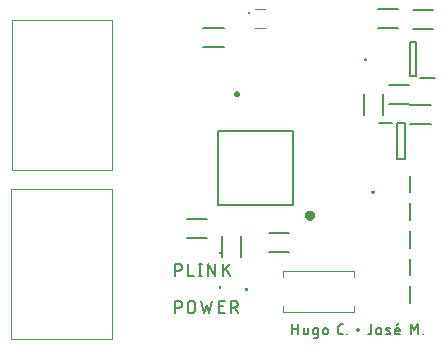
<source format=gbr>
G04 EAGLE Gerber RS-274X export*
G75*
%MOMM*%
%FSLAX34Y34*%
%LPD*%
%INSilkscreen Top*%
%IPPOS*%
%AMOC8*
5,1,8,0,0,1.08239X$1,22.5*%
G01*
%ADD10C,0.203200*%
%ADD11C,0.152400*%
%ADD12C,0.228600*%
%ADD13C,0.100000*%
%ADD14C,0.100000*%
%ADD15C,0.200000*%
%ADD16C,0.250000*%
%ADD17C,0.127000*%
%ADD18C,0.200000*%
%ADD19C,0.400000*%


D10*
X45466Y25146D02*
X45466Y35814D01*
X48429Y35814D01*
X48536Y35812D01*
X48643Y35806D01*
X48749Y35797D01*
X48855Y35783D01*
X48961Y35766D01*
X49066Y35745D01*
X49170Y35720D01*
X49273Y35691D01*
X49375Y35659D01*
X49476Y35623D01*
X49575Y35583D01*
X49673Y35540D01*
X49769Y35493D01*
X49864Y35443D01*
X49957Y35390D01*
X50047Y35333D01*
X50136Y35273D01*
X50222Y35210D01*
X50306Y35144D01*
X50388Y35074D01*
X50467Y35002D01*
X50543Y34927D01*
X50617Y34849D01*
X50687Y34769D01*
X50755Y34686D01*
X50820Y34601D01*
X50881Y34514D01*
X50940Y34424D01*
X50995Y34332D01*
X51047Y34239D01*
X51095Y34143D01*
X51140Y34046D01*
X51182Y33948D01*
X51219Y33848D01*
X51254Y33746D01*
X51284Y33644D01*
X51311Y33540D01*
X51334Y33436D01*
X51353Y33330D01*
X51368Y33224D01*
X51380Y33118D01*
X51388Y33011D01*
X51392Y32904D01*
X51392Y32798D01*
X51388Y32691D01*
X51380Y32584D01*
X51368Y32478D01*
X51353Y32372D01*
X51334Y32266D01*
X51311Y32162D01*
X51284Y32058D01*
X51254Y31956D01*
X51219Y31854D01*
X51182Y31754D01*
X51140Y31656D01*
X51095Y31559D01*
X51047Y31463D01*
X50995Y31369D01*
X50940Y31278D01*
X50881Y31188D01*
X50820Y31101D01*
X50755Y31016D01*
X50687Y30933D01*
X50617Y30853D01*
X50543Y30775D01*
X50467Y30700D01*
X50388Y30628D01*
X50306Y30558D01*
X50222Y30492D01*
X50136Y30429D01*
X50047Y30369D01*
X49957Y30312D01*
X49864Y30259D01*
X49769Y30209D01*
X49673Y30162D01*
X49575Y30119D01*
X49476Y30079D01*
X49375Y30043D01*
X49273Y30011D01*
X49170Y29982D01*
X49066Y29957D01*
X48961Y29936D01*
X48855Y29919D01*
X48749Y29905D01*
X48643Y29896D01*
X48536Y29890D01*
X48429Y29888D01*
X48429Y29887D02*
X45466Y29887D01*
X56261Y28109D02*
X56261Y32851D01*
X56263Y32958D01*
X56269Y33065D01*
X56278Y33171D01*
X56292Y33277D01*
X56309Y33383D01*
X56330Y33488D01*
X56355Y33592D01*
X56384Y33695D01*
X56416Y33797D01*
X56452Y33898D01*
X56492Y33997D01*
X56535Y34095D01*
X56582Y34191D01*
X56632Y34286D01*
X56685Y34379D01*
X56742Y34469D01*
X56802Y34558D01*
X56865Y34644D01*
X56931Y34728D01*
X57001Y34810D01*
X57073Y34889D01*
X57148Y34965D01*
X57226Y35039D01*
X57306Y35109D01*
X57389Y35177D01*
X57474Y35242D01*
X57561Y35303D01*
X57651Y35362D01*
X57742Y35417D01*
X57836Y35469D01*
X57932Y35517D01*
X58029Y35562D01*
X58127Y35604D01*
X58227Y35641D01*
X58329Y35676D01*
X58431Y35706D01*
X58535Y35733D01*
X58639Y35756D01*
X58745Y35775D01*
X58851Y35790D01*
X58957Y35802D01*
X59064Y35810D01*
X59171Y35814D01*
X59277Y35814D01*
X59384Y35810D01*
X59491Y35802D01*
X59597Y35790D01*
X59703Y35775D01*
X59809Y35756D01*
X59913Y35733D01*
X60017Y35706D01*
X60119Y35676D01*
X60221Y35641D01*
X60321Y35604D01*
X60419Y35562D01*
X60516Y35517D01*
X60612Y35469D01*
X60706Y35417D01*
X60797Y35362D01*
X60887Y35303D01*
X60974Y35242D01*
X61059Y35177D01*
X61142Y35109D01*
X61222Y35039D01*
X61300Y34965D01*
X61375Y34889D01*
X61447Y34810D01*
X61517Y34728D01*
X61583Y34644D01*
X61646Y34558D01*
X61706Y34469D01*
X61763Y34379D01*
X61816Y34286D01*
X61866Y34191D01*
X61913Y34095D01*
X61956Y33997D01*
X61996Y33898D01*
X62032Y33797D01*
X62064Y33695D01*
X62093Y33592D01*
X62118Y33488D01*
X62139Y33383D01*
X62156Y33277D01*
X62170Y33171D01*
X62179Y33065D01*
X62185Y32958D01*
X62187Y32851D01*
X62188Y32851D02*
X62188Y28109D01*
X62187Y28109D02*
X62185Y28002D01*
X62179Y27895D01*
X62170Y27789D01*
X62156Y27683D01*
X62139Y27577D01*
X62118Y27472D01*
X62093Y27368D01*
X62064Y27265D01*
X62032Y27163D01*
X61996Y27062D01*
X61956Y26963D01*
X61913Y26865D01*
X61866Y26769D01*
X61816Y26674D01*
X61763Y26581D01*
X61706Y26491D01*
X61646Y26402D01*
X61583Y26316D01*
X61517Y26232D01*
X61447Y26150D01*
X61375Y26071D01*
X61300Y25995D01*
X61222Y25921D01*
X61142Y25851D01*
X61059Y25783D01*
X60974Y25718D01*
X60887Y25657D01*
X60797Y25598D01*
X60705Y25543D01*
X60612Y25491D01*
X60516Y25443D01*
X60419Y25398D01*
X60321Y25356D01*
X60221Y25319D01*
X60119Y25284D01*
X60017Y25254D01*
X59913Y25227D01*
X59809Y25204D01*
X59703Y25185D01*
X59597Y25170D01*
X59491Y25158D01*
X59384Y25150D01*
X59277Y25146D01*
X59171Y25146D01*
X59064Y25150D01*
X58957Y25158D01*
X58851Y25170D01*
X58745Y25185D01*
X58639Y25204D01*
X58535Y25227D01*
X58431Y25254D01*
X58329Y25284D01*
X58227Y25319D01*
X58127Y25356D01*
X58029Y25398D01*
X57932Y25443D01*
X57836Y25491D01*
X57742Y25543D01*
X57651Y25598D01*
X57561Y25657D01*
X57474Y25718D01*
X57389Y25783D01*
X57306Y25851D01*
X57226Y25921D01*
X57148Y25995D01*
X57073Y26071D01*
X57001Y26150D01*
X56931Y26232D01*
X56865Y26316D01*
X56802Y26402D01*
X56742Y26491D01*
X56685Y26581D01*
X56632Y26674D01*
X56582Y26769D01*
X56535Y26865D01*
X56492Y26963D01*
X56452Y27062D01*
X56416Y27163D01*
X56384Y27265D01*
X56355Y27368D01*
X56330Y27472D01*
X56309Y27577D01*
X56292Y27683D01*
X56278Y27789D01*
X56269Y27895D01*
X56263Y28002D01*
X56261Y28109D01*
X67437Y35814D02*
X69808Y25146D01*
X72178Y32258D01*
X74549Y25146D01*
X76920Y35814D01*
X82584Y25146D02*
X87325Y25146D01*
X82584Y25146D02*
X82584Y35814D01*
X87325Y35814D01*
X86140Y31073D02*
X82584Y31073D01*
X92566Y35814D02*
X92566Y25146D01*
X92566Y35814D02*
X95530Y35814D01*
X95637Y35812D01*
X95744Y35806D01*
X95850Y35797D01*
X95956Y35783D01*
X96062Y35766D01*
X96167Y35745D01*
X96271Y35720D01*
X96374Y35691D01*
X96476Y35659D01*
X96577Y35623D01*
X96676Y35583D01*
X96774Y35540D01*
X96870Y35493D01*
X96965Y35443D01*
X97058Y35390D01*
X97148Y35333D01*
X97237Y35273D01*
X97323Y35210D01*
X97407Y35144D01*
X97489Y35074D01*
X97568Y35002D01*
X97644Y34927D01*
X97718Y34849D01*
X97788Y34769D01*
X97856Y34686D01*
X97921Y34601D01*
X97982Y34514D01*
X98041Y34424D01*
X98096Y34332D01*
X98148Y34239D01*
X98196Y34143D01*
X98241Y34046D01*
X98283Y33948D01*
X98320Y33848D01*
X98355Y33746D01*
X98385Y33644D01*
X98412Y33540D01*
X98435Y33436D01*
X98454Y33330D01*
X98469Y33224D01*
X98481Y33118D01*
X98489Y33011D01*
X98493Y32904D01*
X98493Y32798D01*
X98489Y32691D01*
X98481Y32584D01*
X98469Y32478D01*
X98454Y32372D01*
X98435Y32266D01*
X98412Y32162D01*
X98385Y32058D01*
X98355Y31956D01*
X98320Y31854D01*
X98283Y31754D01*
X98241Y31656D01*
X98196Y31559D01*
X98148Y31463D01*
X98096Y31369D01*
X98041Y31278D01*
X97982Y31188D01*
X97921Y31101D01*
X97856Y31016D01*
X97788Y30933D01*
X97718Y30853D01*
X97644Y30775D01*
X97568Y30700D01*
X97489Y30628D01*
X97407Y30558D01*
X97323Y30492D01*
X97237Y30429D01*
X97148Y30369D01*
X97058Y30312D01*
X96965Y30259D01*
X96870Y30209D01*
X96774Y30162D01*
X96676Y30119D01*
X96577Y30079D01*
X96476Y30043D01*
X96374Y30011D01*
X96271Y29982D01*
X96167Y29957D01*
X96062Y29936D01*
X95956Y29919D01*
X95850Y29905D01*
X95744Y29896D01*
X95637Y29890D01*
X95530Y29888D01*
X95530Y29887D02*
X92566Y29887D01*
X96122Y29887D02*
X98493Y25146D01*
X45466Y56388D02*
X45466Y67056D01*
X48429Y67056D01*
X48536Y67054D01*
X48643Y67048D01*
X48749Y67039D01*
X48855Y67025D01*
X48961Y67008D01*
X49066Y66987D01*
X49170Y66962D01*
X49273Y66933D01*
X49375Y66901D01*
X49476Y66865D01*
X49575Y66825D01*
X49673Y66782D01*
X49769Y66735D01*
X49864Y66685D01*
X49957Y66632D01*
X50047Y66575D01*
X50136Y66515D01*
X50222Y66452D01*
X50306Y66386D01*
X50388Y66316D01*
X50467Y66244D01*
X50543Y66169D01*
X50617Y66091D01*
X50687Y66011D01*
X50755Y65928D01*
X50820Y65843D01*
X50881Y65756D01*
X50940Y65666D01*
X50995Y65574D01*
X51047Y65481D01*
X51095Y65385D01*
X51140Y65288D01*
X51182Y65190D01*
X51219Y65090D01*
X51254Y64988D01*
X51284Y64886D01*
X51311Y64782D01*
X51334Y64678D01*
X51353Y64572D01*
X51368Y64466D01*
X51380Y64360D01*
X51388Y64253D01*
X51392Y64146D01*
X51392Y64040D01*
X51388Y63933D01*
X51380Y63826D01*
X51368Y63720D01*
X51353Y63614D01*
X51334Y63508D01*
X51311Y63404D01*
X51284Y63300D01*
X51254Y63198D01*
X51219Y63096D01*
X51182Y62996D01*
X51140Y62898D01*
X51095Y62801D01*
X51047Y62705D01*
X50995Y62611D01*
X50940Y62520D01*
X50881Y62430D01*
X50820Y62343D01*
X50755Y62258D01*
X50687Y62175D01*
X50617Y62095D01*
X50543Y62017D01*
X50467Y61942D01*
X50388Y61870D01*
X50306Y61800D01*
X50222Y61734D01*
X50136Y61671D01*
X50047Y61611D01*
X49957Y61554D01*
X49864Y61501D01*
X49769Y61451D01*
X49673Y61404D01*
X49575Y61361D01*
X49476Y61321D01*
X49375Y61285D01*
X49273Y61253D01*
X49170Y61224D01*
X49066Y61199D01*
X48961Y61178D01*
X48855Y61161D01*
X48749Y61147D01*
X48643Y61138D01*
X48536Y61132D01*
X48429Y61130D01*
X48429Y61129D02*
X45466Y61129D01*
X56676Y56388D02*
X56676Y67056D01*
X56676Y56388D02*
X61417Y56388D01*
X66844Y56388D02*
X66844Y67056D01*
X65659Y56388D02*
X68030Y56388D01*
X68030Y67056D02*
X65659Y67056D01*
X73406Y67056D02*
X73406Y56388D01*
X79333Y56388D02*
X73406Y67056D01*
X79333Y67056D02*
X79333Y56388D01*
X85852Y56388D02*
X85852Y67056D01*
X91779Y67056D02*
X85852Y60537D01*
X88223Y62907D02*
X91779Y56388D01*
D11*
X144780Y15748D02*
X144780Y7112D01*
X144780Y11910D02*
X149578Y11910D01*
X149578Y15748D02*
X149578Y7112D01*
X154404Y8551D02*
X154404Y12869D01*
X154404Y8551D02*
X154406Y8476D01*
X154412Y8401D01*
X154422Y8326D01*
X154435Y8252D01*
X154453Y8179D01*
X154474Y8106D01*
X154500Y8035D01*
X154528Y7966D01*
X154561Y7898D01*
X154597Y7832D01*
X154636Y7767D01*
X154679Y7705D01*
X154725Y7645D01*
X154774Y7588D01*
X154825Y7533D01*
X154880Y7482D01*
X154937Y7433D01*
X154997Y7387D01*
X155059Y7344D01*
X155124Y7305D01*
X155190Y7269D01*
X155258Y7236D01*
X155327Y7208D01*
X155398Y7182D01*
X155471Y7161D01*
X155544Y7143D01*
X155618Y7130D01*
X155693Y7120D01*
X155768Y7114D01*
X155843Y7112D01*
X158242Y7112D01*
X158242Y12869D01*
X164005Y7112D02*
X166404Y7112D01*
X164005Y7112D02*
X163930Y7114D01*
X163855Y7120D01*
X163780Y7130D01*
X163706Y7143D01*
X163633Y7161D01*
X163560Y7182D01*
X163489Y7208D01*
X163420Y7236D01*
X163352Y7269D01*
X163286Y7305D01*
X163221Y7344D01*
X163159Y7387D01*
X163099Y7433D01*
X163042Y7482D01*
X162987Y7533D01*
X162936Y7588D01*
X162887Y7645D01*
X162841Y7705D01*
X162798Y7767D01*
X162759Y7832D01*
X162723Y7898D01*
X162690Y7966D01*
X162662Y8035D01*
X162636Y8106D01*
X162615Y8179D01*
X162597Y8252D01*
X162584Y8326D01*
X162574Y8401D01*
X162568Y8476D01*
X162566Y8551D01*
X162566Y11430D01*
X162568Y11505D01*
X162574Y11580D01*
X162584Y11655D01*
X162597Y11729D01*
X162615Y11802D01*
X162636Y11875D01*
X162662Y11946D01*
X162690Y12015D01*
X162723Y12083D01*
X162759Y12150D01*
X162798Y12214D01*
X162841Y12276D01*
X162887Y12336D01*
X162936Y12393D01*
X162987Y12448D01*
X163042Y12499D01*
X163099Y12548D01*
X163159Y12594D01*
X163221Y12637D01*
X163286Y12676D01*
X163352Y12712D01*
X163420Y12745D01*
X163489Y12773D01*
X163560Y12799D01*
X163633Y12820D01*
X163706Y12838D01*
X163780Y12851D01*
X163855Y12861D01*
X163930Y12867D01*
X164005Y12869D01*
X166404Y12869D01*
X166404Y5673D01*
X166403Y5673D02*
X166401Y5598D01*
X166395Y5523D01*
X166385Y5448D01*
X166372Y5374D01*
X166354Y5301D01*
X166333Y5228D01*
X166307Y5157D01*
X166279Y5088D01*
X166246Y5020D01*
X166210Y4954D01*
X166171Y4889D01*
X166128Y4827D01*
X166082Y4767D01*
X166033Y4710D01*
X165982Y4655D01*
X165927Y4604D01*
X165870Y4555D01*
X165810Y4509D01*
X165748Y4466D01*
X165684Y4427D01*
X165617Y4391D01*
X165549Y4358D01*
X165480Y4330D01*
X165409Y4304D01*
X165336Y4283D01*
X165263Y4265D01*
X165189Y4252D01*
X165114Y4242D01*
X165039Y4236D01*
X164964Y4234D01*
X164964Y4233D02*
X163045Y4233D01*
X170863Y9031D02*
X170863Y10950D01*
X170865Y11036D01*
X170871Y11122D01*
X170880Y11208D01*
X170894Y11293D01*
X170911Y11377D01*
X170932Y11461D01*
X170957Y11543D01*
X170985Y11624D01*
X171017Y11704D01*
X171053Y11783D01*
X171092Y11859D01*
X171135Y11934D01*
X171180Y12007D01*
X171229Y12078D01*
X171282Y12146D01*
X171337Y12213D01*
X171395Y12276D01*
X171456Y12337D01*
X171519Y12395D01*
X171586Y12450D01*
X171654Y12503D01*
X171725Y12552D01*
X171798Y12597D01*
X171873Y12640D01*
X171949Y12679D01*
X172028Y12715D01*
X172108Y12747D01*
X172189Y12775D01*
X172271Y12800D01*
X172355Y12821D01*
X172439Y12838D01*
X172524Y12852D01*
X172610Y12861D01*
X172696Y12867D01*
X172782Y12869D01*
X172868Y12867D01*
X172954Y12861D01*
X173040Y12852D01*
X173125Y12838D01*
X173209Y12821D01*
X173293Y12800D01*
X173375Y12775D01*
X173456Y12747D01*
X173536Y12715D01*
X173615Y12679D01*
X173691Y12640D01*
X173766Y12597D01*
X173839Y12552D01*
X173910Y12503D01*
X173978Y12450D01*
X174045Y12395D01*
X174108Y12337D01*
X174169Y12276D01*
X174227Y12213D01*
X174282Y12146D01*
X174335Y12078D01*
X174384Y12007D01*
X174429Y11934D01*
X174472Y11859D01*
X174511Y11783D01*
X174547Y11704D01*
X174579Y11624D01*
X174607Y11543D01*
X174632Y11461D01*
X174653Y11377D01*
X174670Y11293D01*
X174684Y11208D01*
X174693Y11122D01*
X174699Y11036D01*
X174701Y10950D01*
X174701Y9031D01*
X174699Y8945D01*
X174693Y8859D01*
X174684Y8773D01*
X174670Y8688D01*
X174653Y8604D01*
X174632Y8520D01*
X174607Y8438D01*
X174579Y8357D01*
X174547Y8277D01*
X174511Y8198D01*
X174472Y8122D01*
X174429Y8047D01*
X174384Y7974D01*
X174335Y7903D01*
X174282Y7835D01*
X174227Y7768D01*
X174169Y7705D01*
X174108Y7644D01*
X174045Y7586D01*
X173978Y7531D01*
X173910Y7478D01*
X173839Y7429D01*
X173766Y7384D01*
X173691Y7341D01*
X173615Y7302D01*
X173536Y7266D01*
X173456Y7234D01*
X173375Y7206D01*
X173293Y7181D01*
X173209Y7160D01*
X173125Y7143D01*
X173040Y7129D01*
X172954Y7120D01*
X172868Y7114D01*
X172782Y7112D01*
X172696Y7114D01*
X172610Y7120D01*
X172524Y7129D01*
X172439Y7143D01*
X172355Y7160D01*
X172271Y7181D01*
X172189Y7206D01*
X172108Y7234D01*
X172028Y7266D01*
X171949Y7302D01*
X171873Y7341D01*
X171798Y7384D01*
X171725Y7429D01*
X171654Y7478D01*
X171586Y7531D01*
X171519Y7586D01*
X171456Y7644D01*
X171395Y7705D01*
X171337Y7768D01*
X171282Y7835D01*
X171229Y7903D01*
X171180Y7974D01*
X171135Y8047D01*
X171092Y8122D01*
X171053Y8198D01*
X171017Y8277D01*
X170985Y8357D01*
X170957Y8438D01*
X170932Y8520D01*
X170911Y8604D01*
X170894Y8688D01*
X170880Y8773D01*
X170871Y8859D01*
X170865Y8945D01*
X170863Y9031D01*
X185675Y7112D02*
X187594Y7112D01*
X185675Y7112D02*
X185589Y7114D01*
X185503Y7120D01*
X185417Y7129D01*
X185332Y7143D01*
X185248Y7160D01*
X185164Y7181D01*
X185082Y7206D01*
X185001Y7234D01*
X184921Y7266D01*
X184842Y7302D01*
X184766Y7341D01*
X184691Y7384D01*
X184618Y7429D01*
X184547Y7478D01*
X184479Y7531D01*
X184412Y7586D01*
X184349Y7644D01*
X184288Y7705D01*
X184230Y7768D01*
X184175Y7835D01*
X184122Y7903D01*
X184073Y7974D01*
X184028Y8047D01*
X183985Y8122D01*
X183946Y8198D01*
X183910Y8277D01*
X183878Y8357D01*
X183850Y8438D01*
X183825Y8520D01*
X183804Y8604D01*
X183787Y8688D01*
X183773Y8773D01*
X183764Y8859D01*
X183758Y8945D01*
X183756Y9031D01*
X183756Y13829D01*
X183758Y13915D01*
X183764Y14001D01*
X183773Y14087D01*
X183787Y14172D01*
X183804Y14256D01*
X183825Y14340D01*
X183850Y14422D01*
X183878Y14503D01*
X183910Y14583D01*
X183946Y14662D01*
X183985Y14738D01*
X184028Y14813D01*
X184073Y14886D01*
X184122Y14957D01*
X184175Y15025D01*
X184230Y15092D01*
X184288Y15155D01*
X184349Y15216D01*
X184412Y15274D01*
X184479Y15329D01*
X184547Y15381D01*
X184618Y15431D01*
X184691Y15476D01*
X184766Y15519D01*
X184842Y15558D01*
X184921Y15594D01*
X185001Y15626D01*
X185082Y15654D01*
X185164Y15679D01*
X185248Y15700D01*
X185332Y15717D01*
X185417Y15731D01*
X185503Y15740D01*
X185589Y15746D01*
X185675Y15748D01*
X187594Y15748D01*
X190830Y7592D02*
X190830Y7112D01*
X190830Y7592D02*
X191310Y7592D01*
X191310Y7112D01*
X190830Y7112D01*
X211505Y9031D02*
X211505Y15748D01*
X211505Y9031D02*
X211503Y8945D01*
X211497Y8859D01*
X211488Y8773D01*
X211474Y8688D01*
X211457Y8604D01*
X211436Y8520D01*
X211411Y8438D01*
X211383Y8357D01*
X211351Y8277D01*
X211315Y8198D01*
X211276Y8122D01*
X211233Y8047D01*
X211188Y7974D01*
X211138Y7903D01*
X211086Y7835D01*
X211031Y7768D01*
X210973Y7705D01*
X210912Y7644D01*
X210849Y7586D01*
X210782Y7531D01*
X210714Y7478D01*
X210643Y7429D01*
X210570Y7384D01*
X210495Y7341D01*
X210419Y7302D01*
X210340Y7266D01*
X210260Y7234D01*
X210179Y7206D01*
X210096Y7181D01*
X210013Y7160D01*
X209929Y7143D01*
X209844Y7129D01*
X209758Y7120D01*
X209672Y7114D01*
X209586Y7112D01*
X208627Y7112D01*
X215973Y9031D02*
X215973Y10950D01*
X215975Y11036D01*
X215981Y11122D01*
X215990Y11208D01*
X216004Y11293D01*
X216021Y11377D01*
X216042Y11461D01*
X216067Y11543D01*
X216095Y11624D01*
X216127Y11704D01*
X216163Y11783D01*
X216202Y11859D01*
X216245Y11934D01*
X216290Y12007D01*
X216339Y12078D01*
X216392Y12146D01*
X216447Y12213D01*
X216505Y12276D01*
X216566Y12337D01*
X216629Y12395D01*
X216696Y12450D01*
X216764Y12503D01*
X216835Y12552D01*
X216908Y12597D01*
X216983Y12640D01*
X217059Y12679D01*
X217138Y12715D01*
X217218Y12747D01*
X217299Y12775D01*
X217381Y12800D01*
X217465Y12821D01*
X217549Y12838D01*
X217634Y12852D01*
X217720Y12861D01*
X217806Y12867D01*
X217892Y12869D01*
X217978Y12867D01*
X218064Y12861D01*
X218150Y12852D01*
X218235Y12838D01*
X218319Y12821D01*
X218403Y12800D01*
X218485Y12775D01*
X218566Y12747D01*
X218646Y12715D01*
X218725Y12679D01*
X218801Y12640D01*
X218876Y12597D01*
X218949Y12552D01*
X219020Y12503D01*
X219088Y12450D01*
X219155Y12395D01*
X219218Y12337D01*
X219279Y12276D01*
X219337Y12213D01*
X219392Y12146D01*
X219445Y12078D01*
X219494Y12007D01*
X219539Y11934D01*
X219582Y11859D01*
X219621Y11783D01*
X219657Y11704D01*
X219689Y11624D01*
X219717Y11543D01*
X219742Y11461D01*
X219763Y11377D01*
X219780Y11293D01*
X219794Y11208D01*
X219803Y11122D01*
X219809Y11036D01*
X219811Y10950D01*
X219811Y9031D01*
X219809Y8945D01*
X219803Y8859D01*
X219794Y8773D01*
X219780Y8688D01*
X219763Y8604D01*
X219742Y8520D01*
X219717Y8438D01*
X219689Y8357D01*
X219657Y8277D01*
X219621Y8198D01*
X219582Y8122D01*
X219539Y8047D01*
X219494Y7974D01*
X219445Y7903D01*
X219392Y7835D01*
X219337Y7768D01*
X219279Y7705D01*
X219218Y7644D01*
X219155Y7586D01*
X219088Y7531D01*
X219020Y7478D01*
X218949Y7429D01*
X218876Y7384D01*
X218801Y7341D01*
X218725Y7302D01*
X218646Y7266D01*
X218566Y7234D01*
X218485Y7206D01*
X218403Y7181D01*
X218319Y7160D01*
X218235Y7143D01*
X218150Y7129D01*
X218064Y7120D01*
X217978Y7114D01*
X217892Y7112D01*
X217806Y7114D01*
X217720Y7120D01*
X217634Y7129D01*
X217549Y7143D01*
X217465Y7160D01*
X217381Y7181D01*
X217299Y7206D01*
X217218Y7234D01*
X217138Y7266D01*
X217059Y7302D01*
X216983Y7341D01*
X216908Y7384D01*
X216835Y7429D01*
X216764Y7478D01*
X216696Y7531D01*
X216629Y7586D01*
X216566Y7644D01*
X216505Y7705D01*
X216447Y7768D01*
X216392Y7835D01*
X216339Y7903D01*
X216290Y7974D01*
X216245Y8047D01*
X216202Y8122D01*
X216163Y8198D01*
X216127Y8277D01*
X216095Y8357D01*
X216067Y8438D01*
X216042Y8520D01*
X216021Y8604D01*
X216004Y8688D01*
X215990Y8773D01*
X215981Y8859D01*
X215975Y8945D01*
X215973Y9031D01*
X224617Y10470D02*
X227016Y9511D01*
X224617Y10470D02*
X224554Y10497D01*
X224492Y10528D01*
X224432Y10563D01*
X224374Y10600D01*
X224318Y10641D01*
X224265Y10684D01*
X224214Y10731D01*
X224166Y10780D01*
X224120Y10832D01*
X224078Y10887D01*
X224038Y10944D01*
X224002Y11002D01*
X223969Y11063D01*
X223940Y11126D01*
X223914Y11189D01*
X223891Y11255D01*
X223873Y11321D01*
X223858Y11389D01*
X223846Y11457D01*
X223839Y11525D01*
X223835Y11594D01*
X223836Y11663D01*
X223840Y11732D01*
X223848Y11801D01*
X223859Y11869D01*
X223875Y11936D01*
X223894Y12003D01*
X223916Y12068D01*
X223943Y12132D01*
X223973Y12194D01*
X224006Y12254D01*
X224043Y12313D01*
X224082Y12369D01*
X224125Y12424D01*
X224171Y12475D01*
X224219Y12524D01*
X224271Y12571D01*
X224324Y12614D01*
X224380Y12654D01*
X224439Y12691D01*
X224499Y12725D01*
X224561Y12756D01*
X224624Y12783D01*
X224689Y12806D01*
X224755Y12826D01*
X224822Y12842D01*
X224890Y12855D01*
X224959Y12863D01*
X225028Y12868D01*
X225097Y12869D01*
X225236Y12866D01*
X225375Y12858D01*
X225514Y12847D01*
X225652Y12833D01*
X225790Y12815D01*
X225928Y12794D01*
X226065Y12769D01*
X226201Y12740D01*
X226337Y12708D01*
X226471Y12673D01*
X226605Y12634D01*
X226738Y12592D01*
X226869Y12546D01*
X226999Y12497D01*
X227128Y12445D01*
X227256Y12390D01*
X227016Y9511D02*
X227079Y9484D01*
X227141Y9453D01*
X227201Y9418D01*
X227259Y9381D01*
X227315Y9340D01*
X227368Y9297D01*
X227419Y9250D01*
X227467Y9201D01*
X227513Y9149D01*
X227555Y9094D01*
X227595Y9037D01*
X227631Y8979D01*
X227664Y8918D01*
X227693Y8856D01*
X227719Y8792D01*
X227742Y8726D01*
X227760Y8660D01*
X227775Y8592D01*
X227787Y8524D01*
X227794Y8456D01*
X227798Y8387D01*
X227797Y8318D01*
X227793Y8249D01*
X227785Y8180D01*
X227774Y8112D01*
X227758Y8045D01*
X227739Y7978D01*
X227717Y7913D01*
X227690Y7849D01*
X227660Y7787D01*
X227627Y7727D01*
X227590Y7668D01*
X227551Y7612D01*
X227508Y7557D01*
X227462Y7506D01*
X227414Y7457D01*
X227362Y7410D01*
X227309Y7367D01*
X227253Y7327D01*
X227194Y7290D01*
X227134Y7256D01*
X227072Y7225D01*
X227009Y7198D01*
X226944Y7175D01*
X226878Y7155D01*
X226811Y7139D01*
X226743Y7126D01*
X226674Y7118D01*
X226605Y7113D01*
X226536Y7112D01*
X226537Y7112D02*
X226344Y7117D01*
X226152Y7126D01*
X225960Y7141D01*
X225769Y7159D01*
X225578Y7182D01*
X225387Y7210D01*
X225197Y7242D01*
X225008Y7279D01*
X224820Y7320D01*
X224633Y7366D01*
X224448Y7416D01*
X224263Y7470D01*
X224080Y7529D01*
X223898Y7592D01*
X233262Y7112D02*
X235661Y7112D01*
X233262Y7112D02*
X233187Y7114D01*
X233112Y7120D01*
X233037Y7130D01*
X232963Y7143D01*
X232890Y7161D01*
X232817Y7182D01*
X232746Y7208D01*
X232677Y7236D01*
X232609Y7269D01*
X232543Y7305D01*
X232478Y7344D01*
X232416Y7387D01*
X232356Y7433D01*
X232299Y7482D01*
X232244Y7533D01*
X232193Y7588D01*
X232144Y7645D01*
X232098Y7705D01*
X232055Y7767D01*
X232016Y7832D01*
X231980Y7898D01*
X231947Y7966D01*
X231919Y8035D01*
X231893Y8106D01*
X231872Y8179D01*
X231854Y8252D01*
X231841Y8326D01*
X231831Y8401D01*
X231825Y8476D01*
X231823Y8551D01*
X231823Y10950D01*
X231825Y11036D01*
X231831Y11122D01*
X231840Y11208D01*
X231854Y11293D01*
X231871Y11377D01*
X231892Y11461D01*
X231917Y11543D01*
X231945Y11624D01*
X231977Y11704D01*
X232013Y11783D01*
X232052Y11859D01*
X232095Y11934D01*
X232140Y12007D01*
X232189Y12078D01*
X232242Y12146D01*
X232297Y12213D01*
X232355Y12276D01*
X232416Y12337D01*
X232479Y12395D01*
X232546Y12450D01*
X232614Y12503D01*
X232685Y12552D01*
X232758Y12597D01*
X232833Y12640D01*
X232909Y12679D01*
X232988Y12715D01*
X233068Y12747D01*
X233149Y12775D01*
X233231Y12800D01*
X233315Y12821D01*
X233399Y12838D01*
X233484Y12852D01*
X233570Y12861D01*
X233656Y12867D01*
X233742Y12869D01*
X233828Y12867D01*
X233914Y12861D01*
X234000Y12852D01*
X234085Y12838D01*
X234169Y12821D01*
X234253Y12800D01*
X234335Y12775D01*
X234416Y12747D01*
X234496Y12715D01*
X234575Y12679D01*
X234651Y12640D01*
X234726Y12597D01*
X234799Y12552D01*
X234870Y12503D01*
X234938Y12450D01*
X235005Y12395D01*
X235068Y12337D01*
X235129Y12276D01*
X235187Y12213D01*
X235242Y12146D01*
X235295Y12078D01*
X235344Y12007D01*
X235389Y11934D01*
X235432Y11859D01*
X235471Y11783D01*
X235507Y11704D01*
X235539Y11624D01*
X235567Y11543D01*
X235592Y11461D01*
X235613Y11377D01*
X235630Y11293D01*
X235644Y11208D01*
X235653Y11122D01*
X235659Y11036D01*
X235661Y10950D01*
X235661Y9991D01*
X231823Y9991D01*
X233262Y15028D02*
X234701Y16708D01*
X245189Y15748D02*
X245189Y7112D01*
X248067Y10950D02*
X245189Y15748D01*
X248067Y10950D02*
X250946Y15748D01*
X250946Y7112D01*
X255142Y7112D02*
X255142Y7592D01*
X255622Y7592D01*
X255622Y7112D01*
X255142Y7112D01*
D12*
X199263Y10795D02*
X199263Y11656D01*
X200124Y11656D01*
X200124Y10795D01*
X199263Y10795D01*
D13*
X121412Y266540D02*
X112912Y266540D01*
X113162Y282540D02*
X121412Y282540D01*
D14*
X107662Y279040D03*
D13*
X107706Y279042D01*
X107749Y279048D01*
X107791Y279057D01*
X107833Y279070D01*
X107873Y279087D01*
X107912Y279107D01*
X107949Y279130D01*
X107983Y279157D01*
X108016Y279186D01*
X108045Y279219D01*
X108072Y279253D01*
X108095Y279290D01*
X108115Y279329D01*
X108132Y279369D01*
X108145Y279411D01*
X108154Y279453D01*
X108160Y279496D01*
X108162Y279540D01*
X108160Y279584D01*
X108154Y279627D01*
X108145Y279669D01*
X108132Y279711D01*
X108115Y279751D01*
X108095Y279790D01*
X108072Y279827D01*
X108045Y279861D01*
X108016Y279894D01*
X107983Y279923D01*
X107949Y279950D01*
X107912Y279973D01*
X107873Y279993D01*
X107833Y280010D01*
X107791Y280023D01*
X107749Y280032D01*
X107706Y280038D01*
X107662Y280040D01*
D14*
X107662Y280040D03*
D13*
X107618Y280038D01*
X107575Y280032D01*
X107533Y280023D01*
X107491Y280010D01*
X107451Y279993D01*
X107412Y279973D01*
X107375Y279950D01*
X107341Y279923D01*
X107308Y279894D01*
X107279Y279861D01*
X107252Y279827D01*
X107229Y279790D01*
X107209Y279751D01*
X107192Y279711D01*
X107179Y279669D01*
X107170Y279627D01*
X107164Y279584D01*
X107162Y279540D01*
X107164Y279496D01*
X107170Y279453D01*
X107179Y279411D01*
X107192Y279369D01*
X107209Y279329D01*
X107229Y279290D01*
X107252Y279253D01*
X107279Y279219D01*
X107308Y279186D01*
X107341Y279157D01*
X107375Y279130D01*
X107412Y279107D01*
X107451Y279087D01*
X107491Y279070D01*
X107533Y279057D01*
X107575Y279048D01*
X107618Y279042D01*
X107662Y279040D01*
D15*
X244729Y94630D02*
X244729Y80630D01*
X244729Y127366D02*
X244729Y141366D01*
X244729Y117998D02*
X244729Y103998D01*
X244729Y47894D02*
X244729Y33894D01*
X244729Y57262D02*
X244729Y71262D01*
X244028Y225946D02*
X249528Y225946D01*
X244028Y225946D02*
X244028Y254946D01*
X249528Y254946D01*
X249528Y225946D01*
X253028Y224446D02*
X265528Y224446D01*
D14*
X82818Y76200D03*
D13*
X82820Y76156D01*
X82826Y76113D01*
X82835Y76071D01*
X82848Y76029D01*
X82865Y75989D01*
X82885Y75950D01*
X82908Y75913D01*
X82935Y75879D01*
X82964Y75846D01*
X82997Y75817D01*
X83031Y75790D01*
X83068Y75767D01*
X83107Y75747D01*
X83147Y75730D01*
X83189Y75717D01*
X83231Y75708D01*
X83274Y75702D01*
X83318Y75700D01*
X83362Y75702D01*
X83405Y75708D01*
X83447Y75717D01*
X83489Y75730D01*
X83529Y75747D01*
X83568Y75767D01*
X83605Y75790D01*
X83639Y75817D01*
X83672Y75846D01*
X83701Y75879D01*
X83728Y75913D01*
X83751Y75950D01*
X83771Y75989D01*
X83788Y76029D01*
X83801Y76071D01*
X83810Y76113D01*
X83816Y76156D01*
X83818Y76200D01*
D14*
X83818Y76200D03*
D13*
X83816Y76244D01*
X83810Y76287D01*
X83801Y76329D01*
X83788Y76371D01*
X83771Y76411D01*
X83751Y76450D01*
X83728Y76487D01*
X83701Y76521D01*
X83672Y76554D01*
X83639Y76583D01*
X83605Y76610D01*
X83568Y76633D01*
X83529Y76653D01*
X83489Y76670D01*
X83447Y76683D01*
X83405Y76692D01*
X83362Y76698D01*
X83318Y76700D01*
X83274Y76698D01*
X83231Y76692D01*
X83189Y76683D01*
X83147Y76670D01*
X83107Y76653D01*
X83068Y76633D01*
X83031Y76610D01*
X82997Y76583D01*
X82964Y76554D01*
X82935Y76521D01*
X82908Y76487D01*
X82885Y76450D01*
X82865Y76411D01*
X82848Y76371D01*
X82835Y76329D01*
X82826Y76287D01*
X82820Y76244D01*
X82818Y76200D01*
D14*
X82818Y47244D03*
D13*
X82820Y47200D01*
X82826Y47157D01*
X82835Y47115D01*
X82848Y47073D01*
X82865Y47033D01*
X82885Y46994D01*
X82908Y46957D01*
X82935Y46923D01*
X82964Y46890D01*
X82997Y46861D01*
X83031Y46834D01*
X83068Y46811D01*
X83107Y46791D01*
X83147Y46774D01*
X83189Y46761D01*
X83231Y46752D01*
X83274Y46746D01*
X83318Y46744D01*
X83362Y46746D01*
X83405Y46752D01*
X83447Y46761D01*
X83489Y46774D01*
X83529Y46791D01*
X83568Y46811D01*
X83605Y46834D01*
X83639Y46861D01*
X83672Y46890D01*
X83701Y46923D01*
X83728Y46957D01*
X83751Y46994D01*
X83771Y47033D01*
X83788Y47073D01*
X83801Y47115D01*
X83810Y47157D01*
X83816Y47200D01*
X83818Y47244D01*
D14*
X83818Y47244D03*
D13*
X83816Y47288D01*
X83810Y47331D01*
X83801Y47373D01*
X83788Y47415D01*
X83771Y47455D01*
X83751Y47494D01*
X83728Y47531D01*
X83701Y47565D01*
X83672Y47598D01*
X83639Y47627D01*
X83605Y47654D01*
X83568Y47677D01*
X83529Y47697D01*
X83489Y47714D01*
X83447Y47727D01*
X83405Y47736D01*
X83362Y47742D01*
X83318Y47744D01*
X83274Y47742D01*
X83231Y47736D01*
X83189Y47727D01*
X83147Y47714D01*
X83107Y47697D01*
X83068Y47677D01*
X83031Y47654D01*
X82997Y47627D01*
X82964Y47598D01*
X82935Y47565D01*
X82908Y47531D01*
X82885Y47494D01*
X82865Y47455D01*
X82848Y47415D01*
X82835Y47373D01*
X82826Y47331D01*
X82820Y47288D01*
X82818Y47244D01*
X-93252Y3124D02*
X-93252Y130124D01*
X-8252Y130124D01*
X-8252Y3124D01*
X-93252Y3124D01*
D16*
X96058Y210692D02*
X96060Y210762D01*
X96066Y210832D01*
X96076Y210901D01*
X96089Y210970D01*
X96107Y211038D01*
X96128Y211105D01*
X96153Y211170D01*
X96182Y211234D01*
X96214Y211297D01*
X96250Y211357D01*
X96289Y211415D01*
X96331Y211471D01*
X96376Y211525D01*
X96424Y211576D01*
X96475Y211624D01*
X96529Y211669D01*
X96585Y211711D01*
X96643Y211750D01*
X96703Y211786D01*
X96766Y211818D01*
X96830Y211847D01*
X96895Y211872D01*
X96962Y211893D01*
X97030Y211911D01*
X97099Y211924D01*
X97168Y211934D01*
X97238Y211940D01*
X97308Y211942D01*
X97378Y211940D01*
X97448Y211934D01*
X97517Y211924D01*
X97586Y211911D01*
X97654Y211893D01*
X97721Y211872D01*
X97786Y211847D01*
X97850Y211818D01*
X97913Y211786D01*
X97973Y211750D01*
X98031Y211711D01*
X98087Y211669D01*
X98141Y211624D01*
X98192Y211576D01*
X98240Y211525D01*
X98285Y211471D01*
X98327Y211415D01*
X98366Y211357D01*
X98402Y211297D01*
X98434Y211234D01*
X98463Y211170D01*
X98488Y211105D01*
X98509Y211038D01*
X98527Y210970D01*
X98540Y210901D01*
X98550Y210832D01*
X98556Y210762D01*
X98558Y210692D01*
X98556Y210622D01*
X98550Y210552D01*
X98540Y210483D01*
X98527Y210414D01*
X98509Y210346D01*
X98488Y210279D01*
X98463Y210214D01*
X98434Y210150D01*
X98402Y210087D01*
X98366Y210027D01*
X98327Y209969D01*
X98285Y209913D01*
X98240Y209859D01*
X98192Y209808D01*
X98141Y209760D01*
X98087Y209715D01*
X98031Y209673D01*
X97973Y209634D01*
X97913Y209598D01*
X97850Y209566D01*
X97786Y209537D01*
X97721Y209512D01*
X97654Y209491D01*
X97586Y209473D01*
X97517Y209460D01*
X97448Y209450D01*
X97378Y209444D01*
X97308Y209442D01*
X97238Y209444D01*
X97168Y209450D01*
X97099Y209460D01*
X97030Y209473D01*
X96962Y209491D01*
X96895Y209512D01*
X96830Y209537D01*
X96766Y209566D01*
X96703Y209598D01*
X96643Y209634D01*
X96585Y209673D01*
X96529Y209715D01*
X96475Y209760D01*
X96424Y209808D01*
X96376Y209859D01*
X96331Y209913D01*
X96289Y209969D01*
X96250Y210027D01*
X96214Y210087D01*
X96182Y210150D01*
X96153Y210214D01*
X96128Y210279D01*
X96107Y210346D01*
X96089Y210414D01*
X96076Y210483D01*
X96066Y210552D01*
X96060Y210622D01*
X96058Y210692D01*
D13*
X-92744Y273730D02*
X-92744Y146730D01*
X-92744Y273730D02*
X-7744Y273730D01*
X-7744Y146730D01*
X-92744Y146730D01*
D17*
X244738Y201557D02*
X261738Y201557D01*
X261738Y185539D02*
X244738Y185539D01*
X86478Y266327D02*
X69478Y266327D01*
X69478Y250309D02*
X86478Y250309D01*
X72254Y89019D02*
X55254Y89019D01*
X55254Y105037D02*
X72254Y105037D01*
X217560Y282583D02*
X234560Y282583D01*
X234560Y266565D02*
X217560Y266565D01*
X226196Y218067D02*
X243196Y218067D01*
X243196Y202049D02*
X226196Y202049D01*
X101481Y90034D02*
X101481Y73034D01*
X85463Y73034D02*
X85463Y90034D01*
D14*
X136624Y55934D03*
D13*
X136624Y60934D01*
D14*
X136624Y60934D03*
D13*
X136624Y55934D01*
X136624Y60934D02*
X196624Y60934D01*
D14*
X196624Y60934D03*
D13*
X136624Y60934D01*
D14*
X136624Y60934D03*
X196624Y60934D03*
D13*
X196624Y55934D01*
D14*
X196624Y55934D03*
D13*
X196624Y60934D01*
D14*
X196624Y30934D03*
D13*
X196624Y25934D01*
D14*
X196624Y25934D03*
D13*
X196624Y30934D01*
D14*
X136624Y30934D03*
D13*
X136624Y25934D01*
D14*
X136624Y25934D03*
D13*
X136624Y30934D01*
X136624Y25934D02*
X196624Y25934D01*
D14*
X196624Y25934D03*
D13*
X136624Y25934D01*
D14*
X136624Y25934D03*
D18*
X105624Y45434D03*
D15*
X105626Y45390D01*
X105632Y45347D01*
X105641Y45305D01*
X105654Y45263D01*
X105671Y45223D01*
X105691Y45184D01*
X105714Y45147D01*
X105741Y45113D01*
X105770Y45080D01*
X105803Y45051D01*
X105837Y45024D01*
X105874Y45001D01*
X105913Y44981D01*
X105953Y44964D01*
X105995Y44951D01*
X106037Y44942D01*
X106080Y44936D01*
X106124Y44934D01*
X106168Y44936D01*
X106211Y44942D01*
X106253Y44951D01*
X106295Y44964D01*
X106335Y44981D01*
X106374Y45001D01*
X106411Y45024D01*
X106445Y45051D01*
X106478Y45080D01*
X106507Y45113D01*
X106534Y45147D01*
X106557Y45184D01*
X106577Y45223D01*
X106594Y45263D01*
X106607Y45305D01*
X106616Y45347D01*
X106622Y45390D01*
X106624Y45434D01*
D18*
X106624Y45434D03*
D15*
X106622Y45478D01*
X106616Y45521D01*
X106607Y45563D01*
X106594Y45605D01*
X106577Y45645D01*
X106557Y45684D01*
X106534Y45721D01*
X106507Y45755D01*
X106478Y45788D01*
X106445Y45817D01*
X106411Y45844D01*
X106374Y45867D01*
X106335Y45887D01*
X106295Y45904D01*
X106253Y45917D01*
X106211Y45926D01*
X106168Y45932D01*
X106124Y45934D01*
X106080Y45932D01*
X106037Y45926D01*
X105995Y45917D01*
X105953Y45904D01*
X105913Y45887D01*
X105874Y45867D01*
X105837Y45844D01*
X105803Y45817D01*
X105770Y45788D01*
X105741Y45755D01*
X105714Y45721D01*
X105691Y45684D01*
X105671Y45645D01*
X105654Y45605D01*
X105641Y45563D01*
X105632Y45521D01*
X105626Y45478D01*
X105624Y45434D01*
D18*
X105624Y45434D03*
D15*
X105626Y45390D01*
X105632Y45347D01*
X105641Y45305D01*
X105654Y45263D01*
X105671Y45223D01*
X105691Y45184D01*
X105714Y45147D01*
X105741Y45113D01*
X105770Y45080D01*
X105803Y45051D01*
X105837Y45024D01*
X105874Y45001D01*
X105913Y44981D01*
X105953Y44964D01*
X105995Y44951D01*
X106037Y44942D01*
X106080Y44936D01*
X106124Y44934D01*
X106168Y44936D01*
X106211Y44942D01*
X106253Y44951D01*
X106295Y44964D01*
X106335Y44981D01*
X106374Y45001D01*
X106411Y45024D01*
X106445Y45051D01*
X106478Y45080D01*
X106507Y45113D01*
X106534Y45147D01*
X106557Y45184D01*
X106577Y45223D01*
X106594Y45263D01*
X106607Y45305D01*
X106616Y45347D01*
X106622Y45390D01*
X106624Y45434D01*
D18*
X213580Y127652D03*
D15*
X213578Y127696D01*
X213572Y127739D01*
X213563Y127781D01*
X213550Y127823D01*
X213533Y127863D01*
X213513Y127902D01*
X213490Y127939D01*
X213463Y127973D01*
X213434Y128006D01*
X213401Y128035D01*
X213367Y128062D01*
X213330Y128085D01*
X213291Y128105D01*
X213251Y128122D01*
X213209Y128135D01*
X213167Y128144D01*
X213124Y128150D01*
X213080Y128152D01*
X213036Y128150D01*
X212993Y128144D01*
X212951Y128135D01*
X212909Y128122D01*
X212869Y128105D01*
X212830Y128085D01*
X212793Y128062D01*
X212759Y128035D01*
X212726Y128006D01*
X212697Y127973D01*
X212670Y127939D01*
X212647Y127902D01*
X212627Y127863D01*
X212610Y127823D01*
X212597Y127781D01*
X212588Y127739D01*
X212582Y127696D01*
X212580Y127652D01*
D18*
X212580Y127652D03*
D15*
X212582Y127608D01*
X212588Y127565D01*
X212597Y127523D01*
X212610Y127481D01*
X212627Y127441D01*
X212647Y127402D01*
X212670Y127365D01*
X212697Y127331D01*
X212726Y127298D01*
X212759Y127269D01*
X212793Y127242D01*
X212830Y127219D01*
X212869Y127199D01*
X212909Y127182D01*
X212951Y127169D01*
X212993Y127160D01*
X213036Y127154D01*
X213080Y127152D01*
X213124Y127154D01*
X213167Y127160D01*
X213209Y127169D01*
X213251Y127182D01*
X213291Y127199D01*
X213330Y127219D01*
X213367Y127242D01*
X213401Y127269D01*
X213434Y127298D01*
X213463Y127331D01*
X213490Y127365D01*
X213513Y127402D01*
X213533Y127441D01*
X213550Y127481D01*
X213563Y127523D01*
X213572Y127565D01*
X213578Y127608D01*
X213580Y127652D01*
D18*
X213580Y127652D03*
D15*
X213578Y127696D01*
X213572Y127739D01*
X213563Y127781D01*
X213550Y127823D01*
X213533Y127863D01*
X213513Y127902D01*
X213490Y127939D01*
X213463Y127973D01*
X213434Y128006D01*
X213401Y128035D01*
X213367Y128062D01*
X213330Y128085D01*
X213291Y128105D01*
X213251Y128122D01*
X213209Y128135D01*
X213167Y128144D01*
X213124Y128150D01*
X213080Y128152D01*
X213036Y128150D01*
X212993Y128144D01*
X212951Y128135D01*
X212909Y128122D01*
X212869Y128105D01*
X212830Y128085D01*
X212793Y128062D01*
X212759Y128035D01*
X212726Y128006D01*
X212697Y127973D01*
X212670Y127939D01*
X212647Y127902D01*
X212627Y127863D01*
X212610Y127823D01*
X212597Y127781D01*
X212588Y127739D01*
X212582Y127696D01*
X212580Y127652D01*
D18*
X207020Y239561D03*
D15*
X207018Y239605D01*
X207012Y239648D01*
X207003Y239690D01*
X206990Y239732D01*
X206973Y239772D01*
X206953Y239811D01*
X206930Y239848D01*
X206903Y239882D01*
X206874Y239915D01*
X206841Y239944D01*
X206807Y239971D01*
X206770Y239994D01*
X206731Y240014D01*
X206691Y240031D01*
X206649Y240044D01*
X206607Y240053D01*
X206564Y240059D01*
X206520Y240061D01*
X206476Y240059D01*
X206433Y240053D01*
X206391Y240044D01*
X206349Y240031D01*
X206309Y240014D01*
X206270Y239994D01*
X206233Y239971D01*
X206199Y239944D01*
X206166Y239915D01*
X206137Y239882D01*
X206110Y239848D01*
X206087Y239811D01*
X206067Y239772D01*
X206050Y239732D01*
X206037Y239690D01*
X206028Y239648D01*
X206022Y239605D01*
X206020Y239561D01*
D18*
X206020Y239561D03*
D15*
X206022Y239517D01*
X206028Y239474D01*
X206037Y239432D01*
X206050Y239390D01*
X206067Y239350D01*
X206087Y239311D01*
X206110Y239274D01*
X206137Y239240D01*
X206166Y239207D01*
X206199Y239178D01*
X206233Y239151D01*
X206270Y239128D01*
X206309Y239108D01*
X206349Y239091D01*
X206391Y239078D01*
X206433Y239069D01*
X206476Y239063D01*
X206520Y239061D01*
X206564Y239063D01*
X206607Y239069D01*
X206649Y239078D01*
X206691Y239091D01*
X206731Y239108D01*
X206770Y239128D01*
X206807Y239151D01*
X206841Y239178D01*
X206874Y239207D01*
X206903Y239240D01*
X206930Y239274D01*
X206953Y239311D01*
X206973Y239350D01*
X206990Y239390D01*
X207003Y239432D01*
X207012Y239474D01*
X207018Y239517D01*
X207020Y239561D01*
D18*
X207020Y239561D03*
D15*
X207018Y239605D01*
X207012Y239648D01*
X207003Y239690D01*
X206990Y239732D01*
X206973Y239772D01*
X206953Y239811D01*
X206930Y239848D01*
X206903Y239882D01*
X206874Y239915D01*
X206841Y239944D01*
X206807Y239971D01*
X206770Y239994D01*
X206731Y240014D01*
X206691Y240031D01*
X206649Y240044D01*
X206607Y240053D01*
X206564Y240059D01*
X206520Y240061D01*
X206476Y240059D01*
X206433Y240053D01*
X206391Y240044D01*
X206349Y240031D01*
X206309Y240014D01*
X206270Y239994D01*
X206233Y239971D01*
X206199Y239944D01*
X206166Y239915D01*
X206137Y239882D01*
X206110Y239848D01*
X206087Y239811D01*
X206067Y239772D01*
X206050Y239732D01*
X206037Y239690D01*
X206028Y239648D01*
X206022Y239605D01*
X206020Y239561D01*
X145038Y116582D02*
X82038Y116582D01*
X82038Y179582D01*
X145038Y179582D01*
X145038Y116582D01*
D19*
X157288Y108082D02*
X157290Y108171D01*
X157296Y108260D01*
X157306Y108349D01*
X157320Y108437D01*
X157337Y108524D01*
X157359Y108610D01*
X157385Y108696D01*
X157414Y108780D01*
X157447Y108863D01*
X157483Y108944D01*
X157524Y109024D01*
X157567Y109101D01*
X157614Y109177D01*
X157665Y109250D01*
X157718Y109321D01*
X157775Y109390D01*
X157835Y109456D01*
X157898Y109520D01*
X157963Y109580D01*
X158031Y109638D01*
X158102Y109692D01*
X158175Y109743D01*
X158250Y109791D01*
X158327Y109836D01*
X158406Y109877D01*
X158487Y109914D01*
X158569Y109948D01*
X158653Y109979D01*
X158738Y110005D01*
X158824Y110028D01*
X158911Y110046D01*
X158999Y110061D01*
X159088Y110072D01*
X159177Y110079D01*
X159266Y110082D01*
X159355Y110081D01*
X159444Y110076D01*
X159532Y110067D01*
X159621Y110054D01*
X159708Y110037D01*
X159795Y110017D01*
X159881Y109992D01*
X159965Y109964D01*
X160048Y109932D01*
X160130Y109896D01*
X160210Y109857D01*
X160288Y109814D01*
X160364Y109768D01*
X160438Y109718D01*
X160510Y109665D01*
X160579Y109609D01*
X160646Y109550D01*
X160710Y109488D01*
X160771Y109424D01*
X160830Y109356D01*
X160885Y109286D01*
X160937Y109214D01*
X160986Y109139D01*
X161031Y109063D01*
X161073Y108984D01*
X161111Y108904D01*
X161146Y108822D01*
X161177Y108738D01*
X161205Y108653D01*
X161228Y108567D01*
X161248Y108480D01*
X161264Y108393D01*
X161276Y108304D01*
X161284Y108216D01*
X161288Y108127D01*
X161288Y108037D01*
X161284Y107948D01*
X161276Y107860D01*
X161264Y107771D01*
X161248Y107684D01*
X161228Y107597D01*
X161205Y107511D01*
X161177Y107426D01*
X161146Y107342D01*
X161111Y107260D01*
X161073Y107180D01*
X161031Y107101D01*
X160986Y107025D01*
X160937Y106950D01*
X160885Y106878D01*
X160830Y106808D01*
X160771Y106740D01*
X160710Y106676D01*
X160646Y106614D01*
X160579Y106555D01*
X160510Y106499D01*
X160438Y106446D01*
X160364Y106396D01*
X160288Y106350D01*
X160210Y106307D01*
X160130Y106268D01*
X160048Y106232D01*
X159965Y106200D01*
X159881Y106172D01*
X159795Y106147D01*
X159708Y106127D01*
X159621Y106110D01*
X159532Y106097D01*
X159444Y106088D01*
X159355Y106083D01*
X159266Y106082D01*
X159177Y106085D01*
X159088Y106092D01*
X158999Y106103D01*
X158911Y106118D01*
X158824Y106136D01*
X158738Y106159D01*
X158653Y106185D01*
X158569Y106216D01*
X158487Y106250D01*
X158406Y106287D01*
X158327Y106328D01*
X158250Y106373D01*
X158175Y106421D01*
X158102Y106472D01*
X158031Y106526D01*
X157963Y106584D01*
X157898Y106644D01*
X157835Y106708D01*
X157775Y106774D01*
X157718Y106843D01*
X157665Y106914D01*
X157614Y106987D01*
X157567Y107063D01*
X157524Y107140D01*
X157483Y107220D01*
X157447Y107301D01*
X157414Y107384D01*
X157385Y107468D01*
X157359Y107554D01*
X157337Y107640D01*
X157320Y107727D01*
X157306Y107815D01*
X157296Y107904D01*
X157290Y107993D01*
X157288Y108082D01*
D17*
X142104Y92591D02*
X125104Y92591D01*
X125104Y76573D02*
X142104Y76573D01*
D15*
X232978Y185942D02*
X240478Y185942D01*
X240478Y155942D01*
X232978Y155942D01*
X232978Y185942D01*
X229478Y185942D02*
X217978Y185942D01*
D17*
X246520Y281803D02*
X264020Y281803D01*
X264020Y265821D02*
X246520Y265821D01*
X205623Y210426D02*
X205623Y192926D01*
X221605Y192926D02*
X221605Y210426D01*
M02*

</source>
